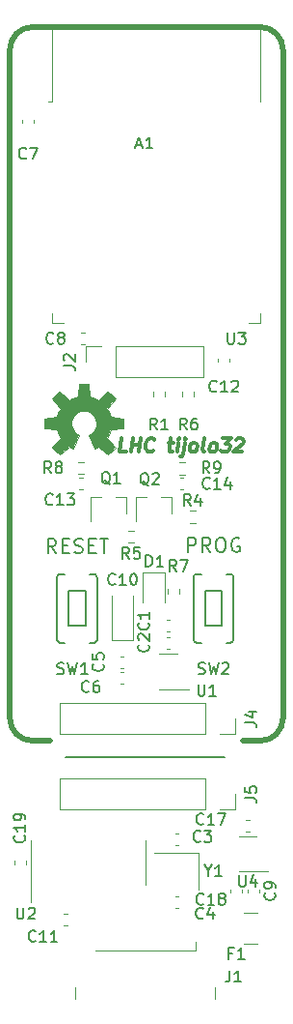
<source format=gbr>
G04 #@! TF.GenerationSoftware,KiCad,Pcbnew,5.1.10-88a1d61d58~90~ubuntu20.04.1*
G04 #@! TF.CreationDate,2021-07-18T21:46:05+01:00*
G04 #@! TF.ProjectId,lhc_tijolo32_board,6c68635f-7469-46a6-9f6c-6f33325f626f,rev?*
G04 #@! TF.SameCoordinates,Original*
G04 #@! TF.FileFunction,Legend,Top*
G04 #@! TF.FilePolarity,Positive*
%FSLAX46Y46*%
G04 Gerber Fmt 4.6, Leading zero omitted, Abs format (unit mm)*
G04 Created by KiCad (PCBNEW 5.1.10-88a1d61d58~90~ubuntu20.04.1) date 2021-07-18 21:46:05*
%MOMM*%
%LPD*%
G01*
G04 APERTURE LIST*
%ADD10C,0.300000*%
%ADD11C,0.200000*%
%ADD12C,0.500000*%
%ADD13C,0.152400*%
%ADD14C,0.120000*%
%ADD15C,0.010000*%
%ADD16C,0.203200*%
%ADD17C,0.150000*%
G04 APERTURE END LIST*
D10*
X111938839Y-64804857D02*
X111367410Y-64804857D01*
X111517410Y-63604857D01*
X112338839Y-64804857D02*
X112488839Y-63604857D01*
X112417410Y-64176285D02*
X113103125Y-64176285D01*
X113024553Y-64804857D02*
X113174553Y-63604857D01*
X114295982Y-64690571D02*
X114231696Y-64747714D01*
X114053125Y-64804857D01*
X113938839Y-64804857D01*
X113774553Y-64747714D01*
X113674553Y-64633428D01*
X113631696Y-64519142D01*
X113603125Y-64290571D01*
X113624553Y-64119142D01*
X113710267Y-63890571D01*
X113781696Y-63776285D01*
X113910267Y-63662000D01*
X114088839Y-63604857D01*
X114203125Y-63604857D01*
X114367410Y-63662000D01*
X114417410Y-63719142D01*
X115638839Y-64004857D02*
X116095982Y-64004857D01*
X115860267Y-63604857D02*
X115731696Y-64633428D01*
X115774553Y-64747714D01*
X115881696Y-64804857D01*
X115995982Y-64804857D01*
X116395982Y-64804857D02*
X116495982Y-64004857D01*
X116545982Y-63604857D02*
X116481696Y-63662000D01*
X116531696Y-63719142D01*
X116595982Y-63662000D01*
X116545982Y-63604857D01*
X116531696Y-63719142D01*
X117067410Y-64004857D02*
X116938839Y-65033428D01*
X116867410Y-65147714D01*
X116745982Y-65204857D01*
X116688839Y-65204857D01*
X117117410Y-63604857D02*
X117053125Y-63662000D01*
X117103125Y-63719142D01*
X117167410Y-63662000D01*
X117117410Y-63604857D01*
X117103125Y-63719142D01*
X117710267Y-64804857D02*
X117603125Y-64747714D01*
X117553125Y-64690571D01*
X117510267Y-64576285D01*
X117553125Y-64233428D01*
X117624553Y-64119142D01*
X117688839Y-64062000D01*
X117810267Y-64004857D01*
X117981696Y-64004857D01*
X118088839Y-64062000D01*
X118138839Y-64119142D01*
X118181696Y-64233428D01*
X118138839Y-64576285D01*
X118067410Y-64690571D01*
X118003125Y-64747714D01*
X117881696Y-64804857D01*
X117710267Y-64804857D01*
X118795982Y-64804857D02*
X118688839Y-64747714D01*
X118645982Y-64633428D01*
X118774553Y-63604857D01*
X119424553Y-64804857D02*
X119317410Y-64747714D01*
X119267410Y-64690571D01*
X119224553Y-64576285D01*
X119267410Y-64233428D01*
X119338839Y-64119142D01*
X119403125Y-64062000D01*
X119524553Y-64004857D01*
X119695982Y-64004857D01*
X119803125Y-64062000D01*
X119853125Y-64119142D01*
X119895982Y-64233428D01*
X119853125Y-64576285D01*
X119781696Y-64690571D01*
X119717410Y-64747714D01*
X119595982Y-64804857D01*
X119424553Y-64804857D01*
X120374553Y-63604857D02*
X121117410Y-63604857D01*
X120660267Y-64062000D01*
X120831696Y-64062000D01*
X120938839Y-64119142D01*
X120988839Y-64176285D01*
X121031696Y-64290571D01*
X120995982Y-64576285D01*
X120924553Y-64690571D01*
X120860267Y-64747714D01*
X120738839Y-64804857D01*
X120395982Y-64804857D01*
X120288839Y-64747714D01*
X120238839Y-64690571D01*
X121560267Y-63719142D02*
X121624553Y-63662000D01*
X121745982Y-63604857D01*
X122031696Y-63604857D01*
X122138839Y-63662000D01*
X122188839Y-63719142D01*
X122231696Y-63833428D01*
X122217410Y-63947714D01*
X122138839Y-64119142D01*
X121367410Y-64804857D01*
X122110267Y-64804857D01*
D11*
X117332142Y-73564523D02*
X117332142Y-72294523D01*
X117815952Y-72294523D01*
X117936904Y-72355000D01*
X117997380Y-72415476D01*
X118057857Y-72536428D01*
X118057857Y-72717857D01*
X117997380Y-72838809D01*
X117936904Y-72899285D01*
X117815952Y-72959761D01*
X117332142Y-72959761D01*
X119327857Y-73564523D02*
X118904523Y-72959761D01*
X118602142Y-73564523D02*
X118602142Y-72294523D01*
X119085952Y-72294523D01*
X119206904Y-72355000D01*
X119267380Y-72415476D01*
X119327857Y-72536428D01*
X119327857Y-72717857D01*
X119267380Y-72838809D01*
X119206904Y-72899285D01*
X119085952Y-72959761D01*
X118602142Y-72959761D01*
X120114047Y-72294523D02*
X120355952Y-72294523D01*
X120476904Y-72355000D01*
X120597857Y-72475952D01*
X120658333Y-72717857D01*
X120658333Y-73141190D01*
X120597857Y-73383095D01*
X120476904Y-73504047D01*
X120355952Y-73564523D01*
X120114047Y-73564523D01*
X119993095Y-73504047D01*
X119872142Y-73383095D01*
X119811666Y-73141190D01*
X119811666Y-72717857D01*
X119872142Y-72475952D01*
X119993095Y-72355000D01*
X120114047Y-72294523D01*
X121867857Y-72355000D02*
X121746904Y-72294523D01*
X121565476Y-72294523D01*
X121384047Y-72355000D01*
X121263095Y-72475952D01*
X121202619Y-72596904D01*
X121142142Y-72838809D01*
X121142142Y-73020238D01*
X121202619Y-73262142D01*
X121263095Y-73383095D01*
X121384047Y-73504047D01*
X121565476Y-73564523D01*
X121686428Y-73564523D01*
X121867857Y-73504047D01*
X121928333Y-73443571D01*
X121928333Y-73020238D01*
X121686428Y-73020238D01*
X105755476Y-73664523D02*
X105332142Y-73059761D01*
X105029761Y-73664523D02*
X105029761Y-72394523D01*
X105513571Y-72394523D01*
X105634523Y-72455000D01*
X105695000Y-72515476D01*
X105755476Y-72636428D01*
X105755476Y-72817857D01*
X105695000Y-72938809D01*
X105634523Y-72999285D01*
X105513571Y-73059761D01*
X105029761Y-73059761D01*
X106299761Y-72999285D02*
X106723095Y-72999285D01*
X106904523Y-73664523D02*
X106299761Y-73664523D01*
X106299761Y-72394523D01*
X106904523Y-72394523D01*
X107388333Y-73604047D02*
X107569761Y-73664523D01*
X107872142Y-73664523D01*
X107993095Y-73604047D01*
X108053571Y-73543571D01*
X108114047Y-73422619D01*
X108114047Y-73301666D01*
X108053571Y-73180714D01*
X107993095Y-73120238D01*
X107872142Y-73059761D01*
X107630238Y-72999285D01*
X107509285Y-72938809D01*
X107448809Y-72878333D01*
X107388333Y-72757380D01*
X107388333Y-72636428D01*
X107448809Y-72515476D01*
X107509285Y-72455000D01*
X107630238Y-72394523D01*
X107932619Y-72394523D01*
X108114047Y-72455000D01*
X108658333Y-72999285D02*
X109081666Y-72999285D01*
X109263095Y-73664523D02*
X108658333Y-73664523D01*
X108658333Y-72394523D01*
X109263095Y-72394523D01*
X109625952Y-72394523D02*
X110351666Y-72394523D01*
X109988809Y-73664523D02*
X109988809Y-72394523D01*
D12*
X103700000Y-90090000D02*
G75*
G02*
X101700000Y-88090000I0J2000000D01*
G01*
X125700000Y-45090000D02*
X125700000Y-88090000D01*
X103700000Y-90090000D02*
X105200000Y-90090000D01*
X101700000Y-44590000D02*
X101700000Y-88090000D01*
X123700000Y-90090000D02*
X122200000Y-90090000D01*
X125700000Y-45090000D02*
X125700000Y-29590000D01*
X123700000Y-27590000D02*
X103700000Y-27590000D01*
X123700000Y-27590000D02*
G75*
G02*
X125700000Y-29590000I0J-2000000D01*
G01*
X101700000Y-29590000D02*
G75*
G02*
X103700000Y-27590000I2000000J0D01*
G01*
X101700000Y-44590000D02*
X101700000Y-29590000D01*
X125700000Y-88090000D02*
G75*
G02*
X123700000Y-90090000I-2000000J0D01*
G01*
D13*
X106600000Y-91490000D02*
X120600000Y-91490000D01*
D14*
X121472000Y-88138000D02*
X121472000Y-89468000D01*
X121472000Y-89468000D02*
X120142000Y-89468000D01*
X118872000Y-89468000D02*
X106112000Y-89468000D01*
X106112000Y-86808000D02*
X106112000Y-89468000D01*
X118872000Y-86808000D02*
X106112000Y-86808000D01*
X118872000Y-86808000D02*
X118872000Y-89468000D01*
X121472000Y-94742000D02*
X121472000Y-96072000D01*
X121472000Y-96072000D02*
X120142000Y-96072000D01*
X118872000Y-96072000D02*
X106112000Y-96072000D01*
X106112000Y-93412000D02*
X106112000Y-96072000D01*
X118872000Y-93412000D02*
X106112000Y-93412000D01*
X118872000Y-93412000D02*
X118872000Y-96072000D01*
X108398000Y-56896000D02*
X108398000Y-55566000D01*
X108398000Y-55566000D02*
X109728000Y-55566000D01*
X110998000Y-55566000D02*
X118678000Y-55566000D01*
X118678000Y-58226000D02*
X118678000Y-55566000D01*
X110998000Y-58226000D02*
X118678000Y-58226000D01*
X110998000Y-58226000D02*
X110998000Y-55566000D01*
X101680000Y-46380000D02*
X101680000Y-44380000D01*
D15*
G36*
X109123480Y-64512500D02*
G01*
X109303820Y-64428680D01*
X109479080Y-64329620D01*
X110357920Y-65045900D01*
X110959900Y-64443920D01*
X110243620Y-63565080D01*
X110370620Y-63331400D01*
X110472220Y-63085020D01*
X110548420Y-62831020D01*
X111676180Y-62714180D01*
X111676180Y-61865820D01*
X110548420Y-61748980D01*
X110472220Y-61494980D01*
X110370620Y-61248600D01*
X110243620Y-61014920D01*
X110959900Y-60136080D01*
X110357920Y-59534100D01*
X109479080Y-60250380D01*
X109245400Y-60123380D01*
X108999020Y-60021780D01*
X108745020Y-59945580D01*
X108628180Y-58817820D01*
X107779820Y-58817820D01*
X107662980Y-59945580D01*
X107408980Y-60021780D01*
X107162600Y-60123380D01*
X106928920Y-60250380D01*
X106050080Y-59534100D01*
X105448100Y-60136080D01*
X106164380Y-61014920D01*
X106037380Y-61248600D01*
X105935780Y-61494980D01*
X105859580Y-61748980D01*
X104731820Y-61865820D01*
X104731820Y-62714180D01*
X105859580Y-62831020D01*
X105935780Y-63085020D01*
X106037380Y-63331400D01*
X106164380Y-63565080D01*
X105448100Y-64443920D01*
X106050080Y-65045900D01*
X106928920Y-64329620D01*
X107104180Y-64428680D01*
X107284520Y-64512500D01*
X107787440Y-63298380D01*
X107622340Y-63214560D01*
X107477560Y-63105340D01*
X107350560Y-62970720D01*
X107248960Y-62818320D01*
X107172760Y-62650680D01*
X107127040Y-62472880D01*
X107111800Y-62290000D01*
X107129580Y-62086800D01*
X107188000Y-61891220D01*
X107279440Y-61708340D01*
X107406440Y-61545780D01*
X107558840Y-61408620D01*
X107736640Y-61304480D01*
X107927140Y-61233360D01*
X108130340Y-61200340D01*
X108333540Y-61205420D01*
X108534200Y-61248600D01*
X108722160Y-61329880D01*
X108892340Y-61441640D01*
X109039660Y-61586420D01*
X109156500Y-61754060D01*
X109240320Y-61942020D01*
X109286040Y-62142680D01*
X109296200Y-62345880D01*
X109265720Y-62546540D01*
X109197140Y-62742120D01*
X109095540Y-62919920D01*
X108963460Y-63074860D01*
X108803440Y-63204400D01*
X108620560Y-63298380D01*
X109123480Y-64512500D01*
G37*
X109123480Y-64512500D02*
X109303820Y-64428680D01*
X109479080Y-64329620D01*
X110357920Y-65045900D01*
X110959900Y-64443920D01*
X110243620Y-63565080D01*
X110370620Y-63331400D01*
X110472220Y-63085020D01*
X110548420Y-62831020D01*
X111676180Y-62714180D01*
X111676180Y-61865820D01*
X110548420Y-61748980D01*
X110472220Y-61494980D01*
X110370620Y-61248600D01*
X110243620Y-61014920D01*
X110959900Y-60136080D01*
X110357920Y-59534100D01*
X109479080Y-60250380D01*
X109245400Y-60123380D01*
X108999020Y-60021780D01*
X108745020Y-59945580D01*
X108628180Y-58817820D01*
X107779820Y-58817820D01*
X107662980Y-59945580D01*
X107408980Y-60021780D01*
X107162600Y-60123380D01*
X106928920Y-60250380D01*
X106050080Y-59534100D01*
X105448100Y-60136080D01*
X106164380Y-61014920D01*
X106037380Y-61248600D01*
X105935780Y-61494980D01*
X105859580Y-61748980D01*
X104731820Y-61865820D01*
X104731820Y-62714180D01*
X105859580Y-62831020D01*
X105935780Y-63085020D01*
X106037380Y-63331400D01*
X106164380Y-63565080D01*
X105448100Y-64443920D01*
X106050080Y-65045900D01*
X106928920Y-64329620D01*
X107104180Y-64428680D01*
X107284520Y-64512500D01*
X107787440Y-63298380D01*
X107622340Y-63214560D01*
X107477560Y-63105340D01*
X107350560Y-62970720D01*
X107248960Y-62818320D01*
X107172760Y-62650680D01*
X107127040Y-62472880D01*
X107111800Y-62290000D01*
X107129580Y-62086800D01*
X107188000Y-61891220D01*
X107279440Y-61708340D01*
X107406440Y-61545780D01*
X107558840Y-61408620D01*
X107736640Y-61304480D01*
X107927140Y-61233360D01*
X108130340Y-61200340D01*
X108333540Y-61205420D01*
X108534200Y-61248600D01*
X108722160Y-61329880D01*
X108892340Y-61441640D01*
X109039660Y-61586420D01*
X109156500Y-61754060D01*
X109240320Y-61942020D01*
X109286040Y-62142680D01*
X109296200Y-62345880D01*
X109265720Y-62546540D01*
X109197140Y-62742120D01*
X109095540Y-62919920D01*
X108963460Y-63074860D01*
X108803440Y-63204400D01*
X108620560Y-63298380D01*
X109123480Y-64512500D01*
D14*
X116827500Y-59977258D02*
X116827500Y-59502742D01*
X117872500Y-59977258D02*
X117872500Y-59502742D01*
X108265580Y-55400000D02*
X107984420Y-55400000D01*
X108265580Y-54380000D02*
X107984420Y-54380000D01*
D16*
X118850700Y-79988600D02*
X120349300Y-79988600D01*
X118850700Y-76991400D02*
X120349300Y-76991400D01*
X118850700Y-79988600D02*
X118850700Y-76991400D01*
X120349300Y-76991400D02*
X120349300Y-79988600D01*
X118101400Y-81489740D02*
X118500180Y-81489740D01*
X120699820Y-81489740D02*
X121098600Y-81489740D01*
X120699820Y-75490260D02*
X121098600Y-75490260D01*
X118101400Y-75490260D02*
X118500180Y-75490260D01*
X117852480Y-81238280D02*
X117852480Y-75741720D01*
X121347520Y-75741720D02*
X121347520Y-81238280D01*
X118101400Y-75492800D02*
G75*
G03*
X117852480Y-75741720I0J-248920D01*
G01*
X117849940Y-81238280D02*
G75*
G03*
X118101400Y-81489740I251460J0D01*
G01*
X121098600Y-81487200D02*
G75*
G03*
X121347520Y-81238280I0J248920D01*
G01*
X121350060Y-75741720D02*
G75*
G03*
X121098600Y-75490260I-251460J0D01*
G01*
X106850700Y-79988600D02*
X108349300Y-79988600D01*
X106850700Y-76991400D02*
X108349300Y-76991400D01*
X106850700Y-79988600D02*
X106850700Y-76991400D01*
X108349300Y-76991400D02*
X108349300Y-79988600D01*
X106101400Y-81489740D02*
X106500180Y-81489740D01*
X108699820Y-81489740D02*
X109098600Y-81489740D01*
X108699820Y-75490260D02*
X109098600Y-75490260D01*
X106101400Y-75490260D02*
X106500180Y-75490260D01*
X105852480Y-81238280D02*
X105852480Y-75741720D01*
X109347520Y-75741720D02*
X109347520Y-81238280D01*
X106101400Y-75492800D02*
G75*
G03*
X105852480Y-75741720I0J-248920D01*
G01*
X105849940Y-81238280D02*
G75*
G03*
X106101400Y-81489740I251460J0D01*
G01*
X109098600Y-81487200D02*
G75*
G03*
X109347520Y-81238280I0J248920D01*
G01*
X109350060Y-75741720D02*
G75*
G03*
X109098600Y-75490260I-251460J0D01*
G01*
D14*
X116612742Y-66762500D02*
X117087258Y-66762500D01*
X116612742Y-65717500D02*
X117087258Y-65717500D01*
X112112742Y-72762500D02*
X112587258Y-72762500D01*
X112112742Y-71717500D02*
X112587258Y-71717500D01*
X123610000Y-103099420D02*
X123610000Y-103380580D01*
X122590000Y-103099420D02*
X122590000Y-103380580D01*
X113660000Y-100740000D02*
X113660000Y-98790000D01*
X113660000Y-100740000D02*
X113660000Y-102690000D01*
X103540000Y-100740000D02*
X103540000Y-98790000D01*
X103540000Y-100740000D02*
X103540000Y-104190000D01*
X116490580Y-99250000D02*
X116209420Y-99250000D01*
X116490580Y-98230000D02*
X116209420Y-98230000D01*
X122600000Y-98430000D02*
X121800000Y-98430000D01*
X122600000Y-98430000D02*
X123400000Y-98430000D01*
X122600000Y-101550000D02*
X121800000Y-101550000D01*
X122600000Y-101550000D02*
X124400000Y-101550000D01*
X103110000Y-100599420D02*
X103110000Y-100880580D01*
X102090000Y-100599420D02*
X102090000Y-100880580D01*
X122110000Y-103099420D02*
X122110000Y-103380580D01*
X121090000Y-103099420D02*
X121090000Y-103380580D01*
X122740580Y-96980000D02*
X122459420Y-96980000D01*
X122740580Y-98000000D02*
X122459420Y-98000000D01*
X118000000Y-108470000D02*
X109200000Y-108470000D01*
X119745000Y-111640000D02*
X119745000Y-112690000D01*
X107455000Y-111640000D02*
X107455000Y-112690000D01*
X118000000Y-108470000D02*
X118000000Y-107715000D01*
X115600000Y-82430000D02*
X114800000Y-82430000D01*
X115600000Y-82430000D02*
X116400000Y-82430000D01*
X115600000Y-85550000D02*
X114800000Y-85550000D01*
X115600000Y-85550000D02*
X117400000Y-85550000D01*
X108187258Y-66712500D02*
X107712742Y-66712500D01*
X108187258Y-65667500D02*
X107712742Y-65667500D01*
X116622500Y-76752742D02*
X116622500Y-77227258D01*
X115577500Y-76752742D02*
X115577500Y-77227258D01*
X117512742Y-69967500D02*
X117987258Y-69967500D01*
X117512742Y-71012500D02*
X117987258Y-71012500D01*
X114277500Y-59977258D02*
X114277500Y-59502742D01*
X115322500Y-59977258D02*
X115322500Y-59502742D01*
X115930000Y-68730000D02*
X115000000Y-68730000D01*
X112770000Y-68730000D02*
X113700000Y-68730000D01*
X112770000Y-68730000D02*
X112770000Y-70890000D01*
X115930000Y-68730000D02*
X115930000Y-70190000D01*
X111930000Y-68730000D02*
X111000000Y-68730000D01*
X108770000Y-68730000D02*
X109700000Y-68730000D01*
X108770000Y-68730000D02*
X108770000Y-70890000D01*
X111930000Y-68730000D02*
X111930000Y-70190000D01*
X115310000Y-77990000D02*
X115310000Y-75305000D01*
X115310000Y-75305000D02*
X113390000Y-75305000D01*
X113390000Y-75305000D02*
X113390000Y-77990000D01*
X116659420Y-67030000D02*
X116940580Y-67030000D01*
X116659420Y-68050000D02*
X116940580Y-68050000D01*
X108090580Y-68050000D02*
X107809420Y-68050000D01*
X108090580Y-67030000D02*
X107809420Y-67030000D01*
X121010000Y-56649420D02*
X121010000Y-56930580D01*
X119990000Y-56649420D02*
X119990000Y-56930580D01*
X106740580Y-106250000D02*
X106459420Y-106250000D01*
X106740580Y-105230000D02*
X106459420Y-105230000D01*
X110665000Y-77390000D02*
X110665000Y-81300000D01*
X110665000Y-81300000D02*
X112535000Y-81300000D01*
X112535000Y-81300000D02*
X112535000Y-77390000D01*
X102790000Y-35980580D02*
X102790000Y-35699420D01*
X103810000Y-35980580D02*
X103810000Y-35699420D01*
X111690580Y-85100000D02*
X111409420Y-85100000D01*
X111690580Y-84080000D02*
X111409420Y-84080000D01*
X111690580Y-83700000D02*
X111409420Y-83700000D01*
X111690580Y-82680000D02*
X111409420Y-82680000D01*
X116490580Y-104750000D02*
X116209420Y-104750000D01*
X116490580Y-103730000D02*
X116209420Y-103730000D01*
X115740580Y-82000000D02*
X115459420Y-82000000D01*
X115740580Y-80980000D02*
X115459420Y-80980000D01*
X115740580Y-80500000D02*
X115459420Y-80500000D01*
X115740580Y-79480000D02*
X115459420Y-79480000D01*
X123452064Y-107850000D02*
X122247936Y-107850000D01*
X123452064Y-105130000D02*
X122247936Y-105130000D01*
X105420000Y-52695000D02*
X105420000Y-53475000D01*
X105420000Y-53475000D02*
X106420000Y-53475000D01*
X123660000Y-52695000D02*
X123660000Y-53475000D01*
X123660000Y-53475000D02*
X122660000Y-53475000D01*
X105420000Y-27730000D02*
X123660000Y-27730000D01*
X123660000Y-27730000D02*
X123660000Y-34150000D01*
X105420000Y-27730000D02*
X105420000Y-34150000D01*
X105420000Y-34150000D02*
X105040000Y-34150000D01*
X118300000Y-103090000D02*
X118300000Y-99890000D01*
X118300000Y-99890000D02*
X114400000Y-99890000D01*
D17*
X122364380Y-88471333D02*
X123078666Y-88471333D01*
X123221523Y-88518952D01*
X123316761Y-88614190D01*
X123364380Y-88757047D01*
X123364380Y-88852285D01*
X122697714Y-87566571D02*
X123364380Y-87566571D01*
X122316761Y-87804666D02*
X123031047Y-88042761D01*
X123031047Y-87423714D01*
X122364380Y-95075333D02*
X123078666Y-95075333D01*
X123221523Y-95122952D01*
X123316761Y-95218190D01*
X123364380Y-95361047D01*
X123364380Y-95456285D01*
X122364380Y-94122952D02*
X122364380Y-94599142D01*
X122840571Y-94646761D01*
X122792952Y-94599142D01*
X122745333Y-94503904D01*
X122745333Y-94265809D01*
X122792952Y-94170571D01*
X122840571Y-94122952D01*
X122935809Y-94075333D01*
X123173904Y-94075333D01*
X123269142Y-94122952D01*
X123316761Y-94170571D01*
X123364380Y-94265809D01*
X123364380Y-94503904D01*
X123316761Y-94599142D01*
X123269142Y-94646761D01*
X106410380Y-57229333D02*
X107124666Y-57229333D01*
X107267523Y-57276952D01*
X107362761Y-57372190D01*
X107410380Y-57515047D01*
X107410380Y-57610285D01*
X106505619Y-56800761D02*
X106458000Y-56753142D01*
X106410380Y-56657904D01*
X106410380Y-56419809D01*
X106458000Y-56324571D01*
X106505619Y-56276952D01*
X106600857Y-56229333D01*
X106696095Y-56229333D01*
X106838952Y-56276952D01*
X107410380Y-56848380D01*
X107410380Y-56229333D01*
X112825714Y-37926666D02*
X113301904Y-37926666D01*
X112730476Y-38212380D02*
X113063809Y-37212380D01*
X113397142Y-38212380D01*
X114254285Y-38212380D02*
X113682857Y-38212380D01*
X113968571Y-38212380D02*
X113968571Y-37212380D01*
X113873333Y-37355238D01*
X113778095Y-37450476D01*
X113682857Y-37498095D01*
X117233333Y-62842380D02*
X116900000Y-62366190D01*
X116661904Y-62842380D02*
X116661904Y-61842380D01*
X117042857Y-61842380D01*
X117138095Y-61890000D01*
X117185714Y-61937619D01*
X117233333Y-62032857D01*
X117233333Y-62175714D01*
X117185714Y-62270952D01*
X117138095Y-62318571D01*
X117042857Y-62366190D01*
X116661904Y-62366190D01*
X118090476Y-61842380D02*
X117900000Y-61842380D01*
X117804761Y-61890000D01*
X117757142Y-61937619D01*
X117661904Y-62080476D01*
X117614285Y-62270952D01*
X117614285Y-62651904D01*
X117661904Y-62747142D01*
X117709523Y-62794761D01*
X117804761Y-62842380D01*
X117995238Y-62842380D01*
X118090476Y-62794761D01*
X118138095Y-62747142D01*
X118185714Y-62651904D01*
X118185714Y-62413809D01*
X118138095Y-62318571D01*
X118090476Y-62270952D01*
X117995238Y-62223333D01*
X117804761Y-62223333D01*
X117709523Y-62270952D01*
X117661904Y-62318571D01*
X117614285Y-62413809D01*
X105533333Y-55247142D02*
X105485714Y-55294761D01*
X105342857Y-55342380D01*
X105247619Y-55342380D01*
X105104761Y-55294761D01*
X105009523Y-55199523D01*
X104961904Y-55104285D01*
X104914285Y-54913809D01*
X104914285Y-54770952D01*
X104961904Y-54580476D01*
X105009523Y-54485238D01*
X105104761Y-54390000D01*
X105247619Y-54342380D01*
X105342857Y-54342380D01*
X105485714Y-54390000D01*
X105533333Y-54437619D01*
X106104761Y-54770952D02*
X106009523Y-54723333D01*
X105961904Y-54675714D01*
X105914285Y-54580476D01*
X105914285Y-54532857D01*
X105961904Y-54437619D01*
X106009523Y-54390000D01*
X106104761Y-54342380D01*
X106295238Y-54342380D01*
X106390476Y-54390000D01*
X106438095Y-54437619D01*
X106485714Y-54532857D01*
X106485714Y-54580476D01*
X106438095Y-54675714D01*
X106390476Y-54723333D01*
X106295238Y-54770952D01*
X106104761Y-54770952D01*
X106009523Y-54818571D01*
X105961904Y-54866190D01*
X105914285Y-54961428D01*
X105914285Y-55151904D01*
X105961904Y-55247142D01*
X106009523Y-55294761D01*
X106104761Y-55342380D01*
X106295238Y-55342380D01*
X106390476Y-55294761D01*
X106438095Y-55247142D01*
X106485714Y-55151904D01*
X106485714Y-54961428D01*
X106438095Y-54866190D01*
X106390476Y-54818571D01*
X106295238Y-54770952D01*
X118266666Y-84194761D02*
X118409523Y-84242380D01*
X118647619Y-84242380D01*
X118742857Y-84194761D01*
X118790476Y-84147142D01*
X118838095Y-84051904D01*
X118838095Y-83956666D01*
X118790476Y-83861428D01*
X118742857Y-83813809D01*
X118647619Y-83766190D01*
X118457142Y-83718571D01*
X118361904Y-83670952D01*
X118314285Y-83623333D01*
X118266666Y-83528095D01*
X118266666Y-83432857D01*
X118314285Y-83337619D01*
X118361904Y-83290000D01*
X118457142Y-83242380D01*
X118695238Y-83242380D01*
X118838095Y-83290000D01*
X119171428Y-83242380D02*
X119409523Y-84242380D01*
X119600000Y-83528095D01*
X119790476Y-84242380D01*
X120028571Y-83242380D01*
X120361904Y-83337619D02*
X120409523Y-83290000D01*
X120504761Y-83242380D01*
X120742857Y-83242380D01*
X120838095Y-83290000D01*
X120885714Y-83337619D01*
X120933333Y-83432857D01*
X120933333Y-83528095D01*
X120885714Y-83670952D01*
X120314285Y-84242380D01*
X120933333Y-84242380D01*
X105866666Y-84194761D02*
X106009523Y-84242380D01*
X106247619Y-84242380D01*
X106342857Y-84194761D01*
X106390476Y-84147142D01*
X106438095Y-84051904D01*
X106438095Y-83956666D01*
X106390476Y-83861428D01*
X106342857Y-83813809D01*
X106247619Y-83766190D01*
X106057142Y-83718571D01*
X105961904Y-83670952D01*
X105914285Y-83623333D01*
X105866666Y-83528095D01*
X105866666Y-83432857D01*
X105914285Y-83337619D01*
X105961904Y-83290000D01*
X106057142Y-83242380D01*
X106295238Y-83242380D01*
X106438095Y-83290000D01*
X106771428Y-83242380D02*
X107009523Y-84242380D01*
X107200000Y-83528095D01*
X107390476Y-84242380D01*
X107628571Y-83242380D01*
X108533333Y-84242380D02*
X107961904Y-84242380D01*
X108247619Y-84242380D02*
X108247619Y-83242380D01*
X108152380Y-83385238D01*
X108057142Y-83480476D01*
X107961904Y-83528095D01*
X119233333Y-66642380D02*
X118900000Y-66166190D01*
X118661904Y-66642380D02*
X118661904Y-65642380D01*
X119042857Y-65642380D01*
X119138095Y-65690000D01*
X119185714Y-65737619D01*
X119233333Y-65832857D01*
X119233333Y-65975714D01*
X119185714Y-66070952D01*
X119138095Y-66118571D01*
X119042857Y-66166190D01*
X118661904Y-66166190D01*
X119709523Y-66642380D02*
X119900000Y-66642380D01*
X119995238Y-66594761D01*
X120042857Y-66547142D01*
X120138095Y-66404285D01*
X120185714Y-66213809D01*
X120185714Y-65832857D01*
X120138095Y-65737619D01*
X120090476Y-65690000D01*
X119995238Y-65642380D01*
X119804761Y-65642380D01*
X119709523Y-65690000D01*
X119661904Y-65737619D01*
X119614285Y-65832857D01*
X119614285Y-66070952D01*
X119661904Y-66166190D01*
X119709523Y-66213809D01*
X119804761Y-66261428D01*
X119995238Y-66261428D01*
X120090476Y-66213809D01*
X120138095Y-66166190D01*
X120185714Y-66070952D01*
X112183333Y-74142380D02*
X111850000Y-73666190D01*
X111611904Y-74142380D02*
X111611904Y-73142380D01*
X111992857Y-73142380D01*
X112088095Y-73190000D01*
X112135714Y-73237619D01*
X112183333Y-73332857D01*
X112183333Y-73475714D01*
X112135714Y-73570952D01*
X112088095Y-73618571D01*
X111992857Y-73666190D01*
X111611904Y-73666190D01*
X113088095Y-73142380D02*
X112611904Y-73142380D01*
X112564285Y-73618571D01*
X112611904Y-73570952D01*
X112707142Y-73523333D01*
X112945238Y-73523333D01*
X113040476Y-73570952D01*
X113088095Y-73618571D01*
X113135714Y-73713809D01*
X113135714Y-73951904D01*
X113088095Y-74047142D01*
X113040476Y-74094761D01*
X112945238Y-74142380D01*
X112707142Y-74142380D01*
X112611904Y-74094761D01*
X112564285Y-74047142D01*
X124957142Y-103406666D02*
X125004761Y-103454285D01*
X125052380Y-103597142D01*
X125052380Y-103692380D01*
X125004761Y-103835238D01*
X124909523Y-103930476D01*
X124814285Y-103978095D01*
X124623809Y-104025714D01*
X124480952Y-104025714D01*
X124290476Y-103978095D01*
X124195238Y-103930476D01*
X124100000Y-103835238D01*
X124052380Y-103692380D01*
X124052380Y-103597142D01*
X124100000Y-103454285D01*
X124147619Y-103406666D01*
X125052380Y-102930476D02*
X125052380Y-102740000D01*
X125004761Y-102644761D01*
X124957142Y-102597142D01*
X124814285Y-102501904D01*
X124623809Y-102454285D01*
X124242857Y-102454285D01*
X124147619Y-102501904D01*
X124100000Y-102549523D01*
X124052380Y-102644761D01*
X124052380Y-102835238D01*
X124100000Y-102930476D01*
X124147619Y-102978095D01*
X124242857Y-103025714D01*
X124480952Y-103025714D01*
X124576190Y-102978095D01*
X124623809Y-102930476D01*
X124671428Y-102835238D01*
X124671428Y-102644761D01*
X124623809Y-102549523D01*
X124576190Y-102501904D01*
X124480952Y-102454285D01*
X102338095Y-104692380D02*
X102338095Y-105501904D01*
X102385714Y-105597142D01*
X102433333Y-105644761D01*
X102528571Y-105692380D01*
X102719047Y-105692380D01*
X102814285Y-105644761D01*
X102861904Y-105597142D01*
X102909523Y-105501904D01*
X102909523Y-104692380D01*
X103338095Y-104787619D02*
X103385714Y-104740000D01*
X103480952Y-104692380D01*
X103719047Y-104692380D01*
X103814285Y-104740000D01*
X103861904Y-104787619D01*
X103909523Y-104882857D01*
X103909523Y-104978095D01*
X103861904Y-105120952D01*
X103290476Y-105692380D01*
X103909523Y-105692380D01*
X118433333Y-98847142D02*
X118385714Y-98894761D01*
X118242857Y-98942380D01*
X118147619Y-98942380D01*
X118004761Y-98894761D01*
X117909523Y-98799523D01*
X117861904Y-98704285D01*
X117814285Y-98513809D01*
X117814285Y-98370952D01*
X117861904Y-98180476D01*
X117909523Y-98085238D01*
X118004761Y-97990000D01*
X118147619Y-97942380D01*
X118242857Y-97942380D01*
X118385714Y-97990000D01*
X118433333Y-98037619D01*
X118766666Y-97942380D02*
X119385714Y-97942380D01*
X119052380Y-98323333D01*
X119195238Y-98323333D01*
X119290476Y-98370952D01*
X119338095Y-98418571D01*
X119385714Y-98513809D01*
X119385714Y-98751904D01*
X119338095Y-98847142D01*
X119290476Y-98894761D01*
X119195238Y-98942380D01*
X118909523Y-98942380D01*
X118814285Y-98894761D01*
X118766666Y-98847142D01*
X121838095Y-101842380D02*
X121838095Y-102651904D01*
X121885714Y-102747142D01*
X121933333Y-102794761D01*
X122028571Y-102842380D01*
X122219047Y-102842380D01*
X122314285Y-102794761D01*
X122361904Y-102747142D01*
X122409523Y-102651904D01*
X122409523Y-101842380D01*
X123314285Y-102175714D02*
X123314285Y-102842380D01*
X123076190Y-101794761D02*
X122838095Y-102509047D01*
X123457142Y-102509047D01*
X102957142Y-98382857D02*
X103004761Y-98430476D01*
X103052380Y-98573333D01*
X103052380Y-98668571D01*
X103004761Y-98811428D01*
X102909523Y-98906666D01*
X102814285Y-98954285D01*
X102623809Y-99001904D01*
X102480952Y-99001904D01*
X102290476Y-98954285D01*
X102195238Y-98906666D01*
X102100000Y-98811428D01*
X102052380Y-98668571D01*
X102052380Y-98573333D01*
X102100000Y-98430476D01*
X102147619Y-98382857D01*
X103052380Y-97430476D02*
X103052380Y-98001904D01*
X103052380Y-97716190D02*
X102052380Y-97716190D01*
X102195238Y-97811428D01*
X102290476Y-97906666D01*
X102338095Y-98001904D01*
X103052380Y-96954285D02*
X103052380Y-96763809D01*
X103004761Y-96668571D01*
X102957142Y-96620952D01*
X102814285Y-96525714D01*
X102623809Y-96478095D01*
X102242857Y-96478095D01*
X102147619Y-96525714D01*
X102100000Y-96573333D01*
X102052380Y-96668571D01*
X102052380Y-96859047D01*
X102100000Y-96954285D01*
X102147619Y-97001904D01*
X102242857Y-97049523D01*
X102480952Y-97049523D01*
X102576190Y-97001904D01*
X102623809Y-96954285D01*
X102671428Y-96859047D01*
X102671428Y-96668571D01*
X102623809Y-96573333D01*
X102576190Y-96525714D01*
X102480952Y-96478095D01*
X118707142Y-104347142D02*
X118659523Y-104394761D01*
X118516666Y-104442380D01*
X118421428Y-104442380D01*
X118278571Y-104394761D01*
X118183333Y-104299523D01*
X118135714Y-104204285D01*
X118088095Y-104013809D01*
X118088095Y-103870952D01*
X118135714Y-103680476D01*
X118183333Y-103585238D01*
X118278571Y-103490000D01*
X118421428Y-103442380D01*
X118516666Y-103442380D01*
X118659523Y-103490000D01*
X118707142Y-103537619D01*
X119659523Y-104442380D02*
X119088095Y-104442380D01*
X119373809Y-104442380D02*
X119373809Y-103442380D01*
X119278571Y-103585238D01*
X119183333Y-103680476D01*
X119088095Y-103728095D01*
X120230952Y-103870952D02*
X120135714Y-103823333D01*
X120088095Y-103775714D01*
X120040476Y-103680476D01*
X120040476Y-103632857D01*
X120088095Y-103537619D01*
X120135714Y-103490000D01*
X120230952Y-103442380D01*
X120421428Y-103442380D01*
X120516666Y-103490000D01*
X120564285Y-103537619D01*
X120611904Y-103632857D01*
X120611904Y-103680476D01*
X120564285Y-103775714D01*
X120516666Y-103823333D01*
X120421428Y-103870952D01*
X120230952Y-103870952D01*
X120135714Y-103918571D01*
X120088095Y-103966190D01*
X120040476Y-104061428D01*
X120040476Y-104251904D01*
X120088095Y-104347142D01*
X120135714Y-104394761D01*
X120230952Y-104442380D01*
X120421428Y-104442380D01*
X120516666Y-104394761D01*
X120564285Y-104347142D01*
X120611904Y-104251904D01*
X120611904Y-104061428D01*
X120564285Y-103966190D01*
X120516666Y-103918571D01*
X120421428Y-103870952D01*
X118707142Y-97347142D02*
X118659523Y-97394761D01*
X118516666Y-97442380D01*
X118421428Y-97442380D01*
X118278571Y-97394761D01*
X118183333Y-97299523D01*
X118135714Y-97204285D01*
X118088095Y-97013809D01*
X118088095Y-96870952D01*
X118135714Y-96680476D01*
X118183333Y-96585238D01*
X118278571Y-96490000D01*
X118421428Y-96442380D01*
X118516666Y-96442380D01*
X118659523Y-96490000D01*
X118707142Y-96537619D01*
X119659523Y-97442380D02*
X119088095Y-97442380D01*
X119373809Y-97442380D02*
X119373809Y-96442380D01*
X119278571Y-96585238D01*
X119183333Y-96680476D01*
X119088095Y-96728095D01*
X119992857Y-96442380D02*
X120659523Y-96442380D01*
X120230952Y-97442380D01*
X121016666Y-110192380D02*
X121016666Y-110906666D01*
X120969047Y-111049523D01*
X120873809Y-111144761D01*
X120730952Y-111192380D01*
X120635714Y-111192380D01*
X122016666Y-111192380D02*
X121445238Y-111192380D01*
X121730952Y-111192380D02*
X121730952Y-110192380D01*
X121635714Y-110335238D01*
X121540476Y-110430476D01*
X121445238Y-110478095D01*
X118238095Y-85142380D02*
X118238095Y-85951904D01*
X118285714Y-86047142D01*
X118333333Y-86094761D01*
X118428571Y-86142380D01*
X118619047Y-86142380D01*
X118714285Y-86094761D01*
X118761904Y-86047142D01*
X118809523Y-85951904D01*
X118809523Y-85142380D01*
X119809523Y-86142380D02*
X119238095Y-86142380D01*
X119523809Y-86142380D02*
X119523809Y-85142380D01*
X119428571Y-85285238D01*
X119333333Y-85380476D01*
X119238095Y-85428095D01*
X105333333Y-66642380D02*
X105000000Y-66166190D01*
X104761904Y-66642380D02*
X104761904Y-65642380D01*
X105142857Y-65642380D01*
X105238095Y-65690000D01*
X105285714Y-65737619D01*
X105333333Y-65832857D01*
X105333333Y-65975714D01*
X105285714Y-66070952D01*
X105238095Y-66118571D01*
X105142857Y-66166190D01*
X104761904Y-66166190D01*
X105904761Y-66070952D02*
X105809523Y-66023333D01*
X105761904Y-65975714D01*
X105714285Y-65880476D01*
X105714285Y-65832857D01*
X105761904Y-65737619D01*
X105809523Y-65690000D01*
X105904761Y-65642380D01*
X106095238Y-65642380D01*
X106190476Y-65690000D01*
X106238095Y-65737619D01*
X106285714Y-65832857D01*
X106285714Y-65880476D01*
X106238095Y-65975714D01*
X106190476Y-66023333D01*
X106095238Y-66070952D01*
X105904761Y-66070952D01*
X105809523Y-66118571D01*
X105761904Y-66166190D01*
X105714285Y-66261428D01*
X105714285Y-66451904D01*
X105761904Y-66547142D01*
X105809523Y-66594761D01*
X105904761Y-66642380D01*
X106095238Y-66642380D01*
X106190476Y-66594761D01*
X106238095Y-66547142D01*
X106285714Y-66451904D01*
X106285714Y-66261428D01*
X106238095Y-66166190D01*
X106190476Y-66118571D01*
X106095238Y-66070952D01*
X116333333Y-75242380D02*
X116000000Y-74766190D01*
X115761904Y-75242380D02*
X115761904Y-74242380D01*
X116142857Y-74242380D01*
X116238095Y-74290000D01*
X116285714Y-74337619D01*
X116333333Y-74432857D01*
X116333333Y-74575714D01*
X116285714Y-74670952D01*
X116238095Y-74718571D01*
X116142857Y-74766190D01*
X115761904Y-74766190D01*
X116666666Y-74242380D02*
X117333333Y-74242380D01*
X116904761Y-75242380D01*
X117583333Y-69512380D02*
X117250000Y-69036190D01*
X117011904Y-69512380D02*
X117011904Y-68512380D01*
X117392857Y-68512380D01*
X117488095Y-68560000D01*
X117535714Y-68607619D01*
X117583333Y-68702857D01*
X117583333Y-68845714D01*
X117535714Y-68940952D01*
X117488095Y-68988571D01*
X117392857Y-69036190D01*
X117011904Y-69036190D01*
X118440476Y-68845714D02*
X118440476Y-69512380D01*
X118202380Y-68464761D02*
X117964285Y-69179047D01*
X118583333Y-69179047D01*
X114633333Y-62842380D02*
X114300000Y-62366190D01*
X114061904Y-62842380D02*
X114061904Y-61842380D01*
X114442857Y-61842380D01*
X114538095Y-61890000D01*
X114585714Y-61937619D01*
X114633333Y-62032857D01*
X114633333Y-62175714D01*
X114585714Y-62270952D01*
X114538095Y-62318571D01*
X114442857Y-62366190D01*
X114061904Y-62366190D01*
X115585714Y-62842380D02*
X115014285Y-62842380D01*
X115300000Y-62842380D02*
X115300000Y-61842380D01*
X115204761Y-61985238D01*
X115109523Y-62080476D01*
X115014285Y-62128095D01*
X113904761Y-67737619D02*
X113809523Y-67690000D01*
X113714285Y-67594761D01*
X113571428Y-67451904D01*
X113476190Y-67404285D01*
X113380952Y-67404285D01*
X113428571Y-67642380D02*
X113333333Y-67594761D01*
X113238095Y-67499523D01*
X113190476Y-67309047D01*
X113190476Y-66975714D01*
X113238095Y-66785238D01*
X113333333Y-66690000D01*
X113428571Y-66642380D01*
X113619047Y-66642380D01*
X113714285Y-66690000D01*
X113809523Y-66785238D01*
X113857142Y-66975714D01*
X113857142Y-67309047D01*
X113809523Y-67499523D01*
X113714285Y-67594761D01*
X113619047Y-67642380D01*
X113428571Y-67642380D01*
X114238095Y-66737619D02*
X114285714Y-66690000D01*
X114380952Y-66642380D01*
X114619047Y-66642380D01*
X114714285Y-66690000D01*
X114761904Y-66737619D01*
X114809523Y-66832857D01*
X114809523Y-66928095D01*
X114761904Y-67070952D01*
X114190476Y-67642380D01*
X114809523Y-67642380D01*
X110504761Y-67637619D02*
X110409523Y-67590000D01*
X110314285Y-67494761D01*
X110171428Y-67351904D01*
X110076190Y-67304285D01*
X109980952Y-67304285D01*
X110028571Y-67542380D02*
X109933333Y-67494761D01*
X109838095Y-67399523D01*
X109790476Y-67209047D01*
X109790476Y-66875714D01*
X109838095Y-66685238D01*
X109933333Y-66590000D01*
X110028571Y-66542380D01*
X110219047Y-66542380D01*
X110314285Y-66590000D01*
X110409523Y-66685238D01*
X110457142Y-66875714D01*
X110457142Y-67209047D01*
X110409523Y-67399523D01*
X110314285Y-67494761D01*
X110219047Y-67542380D01*
X110028571Y-67542380D01*
X111409523Y-67542380D02*
X110838095Y-67542380D01*
X111123809Y-67542380D02*
X111123809Y-66542380D01*
X111028571Y-66685238D01*
X110933333Y-66780476D01*
X110838095Y-66828095D01*
X113661904Y-74842380D02*
X113661904Y-73842380D01*
X113900000Y-73842380D01*
X114042857Y-73890000D01*
X114138095Y-73985238D01*
X114185714Y-74080476D01*
X114233333Y-74270952D01*
X114233333Y-74413809D01*
X114185714Y-74604285D01*
X114138095Y-74699523D01*
X114042857Y-74794761D01*
X113900000Y-74842380D01*
X113661904Y-74842380D01*
X115185714Y-74842380D02*
X114614285Y-74842380D01*
X114900000Y-74842380D02*
X114900000Y-73842380D01*
X114804761Y-73985238D01*
X114709523Y-74080476D01*
X114614285Y-74128095D01*
X119257142Y-67947142D02*
X119209523Y-67994761D01*
X119066666Y-68042380D01*
X118971428Y-68042380D01*
X118828571Y-67994761D01*
X118733333Y-67899523D01*
X118685714Y-67804285D01*
X118638095Y-67613809D01*
X118638095Y-67470952D01*
X118685714Y-67280476D01*
X118733333Y-67185238D01*
X118828571Y-67090000D01*
X118971428Y-67042380D01*
X119066666Y-67042380D01*
X119209523Y-67090000D01*
X119257142Y-67137619D01*
X120209523Y-68042380D02*
X119638095Y-68042380D01*
X119923809Y-68042380D02*
X119923809Y-67042380D01*
X119828571Y-67185238D01*
X119733333Y-67280476D01*
X119638095Y-67328095D01*
X121066666Y-67375714D02*
X121066666Y-68042380D01*
X120828571Y-66994761D02*
X120590476Y-67709047D01*
X121209523Y-67709047D01*
X105457142Y-69347142D02*
X105409523Y-69394761D01*
X105266666Y-69442380D01*
X105171428Y-69442380D01*
X105028571Y-69394761D01*
X104933333Y-69299523D01*
X104885714Y-69204285D01*
X104838095Y-69013809D01*
X104838095Y-68870952D01*
X104885714Y-68680476D01*
X104933333Y-68585238D01*
X105028571Y-68490000D01*
X105171428Y-68442380D01*
X105266666Y-68442380D01*
X105409523Y-68490000D01*
X105457142Y-68537619D01*
X106409523Y-69442380D02*
X105838095Y-69442380D01*
X106123809Y-69442380D02*
X106123809Y-68442380D01*
X106028571Y-68585238D01*
X105933333Y-68680476D01*
X105838095Y-68728095D01*
X106742857Y-68442380D02*
X107361904Y-68442380D01*
X107028571Y-68823333D01*
X107171428Y-68823333D01*
X107266666Y-68870952D01*
X107314285Y-68918571D01*
X107361904Y-69013809D01*
X107361904Y-69251904D01*
X107314285Y-69347142D01*
X107266666Y-69394761D01*
X107171428Y-69442380D01*
X106885714Y-69442380D01*
X106790476Y-69394761D01*
X106742857Y-69347142D01*
X119857142Y-59447142D02*
X119809523Y-59494761D01*
X119666666Y-59542380D01*
X119571428Y-59542380D01*
X119428571Y-59494761D01*
X119333333Y-59399523D01*
X119285714Y-59304285D01*
X119238095Y-59113809D01*
X119238095Y-58970952D01*
X119285714Y-58780476D01*
X119333333Y-58685238D01*
X119428571Y-58590000D01*
X119571428Y-58542380D01*
X119666666Y-58542380D01*
X119809523Y-58590000D01*
X119857142Y-58637619D01*
X120809523Y-59542380D02*
X120238095Y-59542380D01*
X120523809Y-59542380D02*
X120523809Y-58542380D01*
X120428571Y-58685238D01*
X120333333Y-58780476D01*
X120238095Y-58828095D01*
X121190476Y-58637619D02*
X121238095Y-58590000D01*
X121333333Y-58542380D01*
X121571428Y-58542380D01*
X121666666Y-58590000D01*
X121714285Y-58637619D01*
X121761904Y-58732857D01*
X121761904Y-58828095D01*
X121714285Y-58970952D01*
X121142857Y-59542380D01*
X121761904Y-59542380D01*
X103957142Y-107597142D02*
X103909523Y-107644761D01*
X103766666Y-107692380D01*
X103671428Y-107692380D01*
X103528571Y-107644761D01*
X103433333Y-107549523D01*
X103385714Y-107454285D01*
X103338095Y-107263809D01*
X103338095Y-107120952D01*
X103385714Y-106930476D01*
X103433333Y-106835238D01*
X103528571Y-106740000D01*
X103671428Y-106692380D01*
X103766666Y-106692380D01*
X103909523Y-106740000D01*
X103957142Y-106787619D01*
X104909523Y-107692380D02*
X104338095Y-107692380D01*
X104623809Y-107692380D02*
X104623809Y-106692380D01*
X104528571Y-106835238D01*
X104433333Y-106930476D01*
X104338095Y-106978095D01*
X105861904Y-107692380D02*
X105290476Y-107692380D01*
X105576190Y-107692380D02*
X105576190Y-106692380D01*
X105480952Y-106835238D01*
X105385714Y-106930476D01*
X105290476Y-106978095D01*
X110957142Y-76347142D02*
X110909523Y-76394761D01*
X110766666Y-76442380D01*
X110671428Y-76442380D01*
X110528571Y-76394761D01*
X110433333Y-76299523D01*
X110385714Y-76204285D01*
X110338095Y-76013809D01*
X110338095Y-75870952D01*
X110385714Y-75680476D01*
X110433333Y-75585238D01*
X110528571Y-75490000D01*
X110671428Y-75442380D01*
X110766666Y-75442380D01*
X110909523Y-75490000D01*
X110957142Y-75537619D01*
X111909523Y-76442380D02*
X111338095Y-76442380D01*
X111623809Y-76442380D02*
X111623809Y-75442380D01*
X111528571Y-75585238D01*
X111433333Y-75680476D01*
X111338095Y-75728095D01*
X112528571Y-75442380D02*
X112623809Y-75442380D01*
X112719047Y-75490000D01*
X112766666Y-75537619D01*
X112814285Y-75632857D01*
X112861904Y-75823333D01*
X112861904Y-76061428D01*
X112814285Y-76251904D01*
X112766666Y-76347142D01*
X112719047Y-76394761D01*
X112623809Y-76442380D01*
X112528571Y-76442380D01*
X112433333Y-76394761D01*
X112385714Y-76347142D01*
X112338095Y-76251904D01*
X112290476Y-76061428D01*
X112290476Y-75823333D01*
X112338095Y-75632857D01*
X112385714Y-75537619D01*
X112433333Y-75490000D01*
X112528571Y-75442380D01*
X103133333Y-39047142D02*
X103085714Y-39094761D01*
X102942857Y-39142380D01*
X102847619Y-39142380D01*
X102704761Y-39094761D01*
X102609523Y-38999523D01*
X102561904Y-38904285D01*
X102514285Y-38713809D01*
X102514285Y-38570952D01*
X102561904Y-38380476D01*
X102609523Y-38285238D01*
X102704761Y-38190000D01*
X102847619Y-38142380D01*
X102942857Y-38142380D01*
X103085714Y-38190000D01*
X103133333Y-38237619D01*
X103466666Y-38142380D02*
X104133333Y-38142380D01*
X103704761Y-39142380D01*
X108633333Y-85747142D02*
X108585714Y-85794761D01*
X108442857Y-85842380D01*
X108347619Y-85842380D01*
X108204761Y-85794761D01*
X108109523Y-85699523D01*
X108061904Y-85604285D01*
X108014285Y-85413809D01*
X108014285Y-85270952D01*
X108061904Y-85080476D01*
X108109523Y-84985238D01*
X108204761Y-84890000D01*
X108347619Y-84842380D01*
X108442857Y-84842380D01*
X108585714Y-84890000D01*
X108633333Y-84937619D01*
X109490476Y-84842380D02*
X109300000Y-84842380D01*
X109204761Y-84890000D01*
X109157142Y-84937619D01*
X109061904Y-85080476D01*
X109014285Y-85270952D01*
X109014285Y-85651904D01*
X109061904Y-85747142D01*
X109109523Y-85794761D01*
X109204761Y-85842380D01*
X109395238Y-85842380D01*
X109490476Y-85794761D01*
X109538095Y-85747142D01*
X109585714Y-85651904D01*
X109585714Y-85413809D01*
X109538095Y-85318571D01*
X109490476Y-85270952D01*
X109395238Y-85223333D01*
X109204761Y-85223333D01*
X109109523Y-85270952D01*
X109061904Y-85318571D01*
X109014285Y-85413809D01*
X109857142Y-83356666D02*
X109904761Y-83404285D01*
X109952380Y-83547142D01*
X109952380Y-83642380D01*
X109904761Y-83785238D01*
X109809523Y-83880476D01*
X109714285Y-83928095D01*
X109523809Y-83975714D01*
X109380952Y-83975714D01*
X109190476Y-83928095D01*
X109095238Y-83880476D01*
X109000000Y-83785238D01*
X108952380Y-83642380D01*
X108952380Y-83547142D01*
X109000000Y-83404285D01*
X109047619Y-83356666D01*
X108952380Y-82451904D02*
X108952380Y-82928095D01*
X109428571Y-82975714D01*
X109380952Y-82928095D01*
X109333333Y-82832857D01*
X109333333Y-82594761D01*
X109380952Y-82499523D01*
X109428571Y-82451904D01*
X109523809Y-82404285D01*
X109761904Y-82404285D01*
X109857142Y-82451904D01*
X109904761Y-82499523D01*
X109952380Y-82594761D01*
X109952380Y-82832857D01*
X109904761Y-82928095D01*
X109857142Y-82975714D01*
X118683333Y-105597142D02*
X118635714Y-105644761D01*
X118492857Y-105692380D01*
X118397619Y-105692380D01*
X118254761Y-105644761D01*
X118159523Y-105549523D01*
X118111904Y-105454285D01*
X118064285Y-105263809D01*
X118064285Y-105120952D01*
X118111904Y-104930476D01*
X118159523Y-104835238D01*
X118254761Y-104740000D01*
X118397619Y-104692380D01*
X118492857Y-104692380D01*
X118635714Y-104740000D01*
X118683333Y-104787619D01*
X119540476Y-105025714D02*
X119540476Y-105692380D01*
X119302380Y-104644761D02*
X119064285Y-105359047D01*
X119683333Y-105359047D01*
X113857142Y-81656666D02*
X113904761Y-81704285D01*
X113952380Y-81847142D01*
X113952380Y-81942380D01*
X113904761Y-82085238D01*
X113809523Y-82180476D01*
X113714285Y-82228095D01*
X113523809Y-82275714D01*
X113380952Y-82275714D01*
X113190476Y-82228095D01*
X113095238Y-82180476D01*
X113000000Y-82085238D01*
X112952380Y-81942380D01*
X112952380Y-81847142D01*
X113000000Y-81704285D01*
X113047619Y-81656666D01*
X113047619Y-81275714D02*
X113000000Y-81228095D01*
X112952380Y-81132857D01*
X112952380Y-80894761D01*
X113000000Y-80799523D01*
X113047619Y-80751904D01*
X113142857Y-80704285D01*
X113238095Y-80704285D01*
X113380952Y-80751904D01*
X113952380Y-81323333D01*
X113952380Y-80704285D01*
X113857142Y-79756666D02*
X113904761Y-79804285D01*
X113952380Y-79947142D01*
X113952380Y-80042380D01*
X113904761Y-80185238D01*
X113809523Y-80280476D01*
X113714285Y-80328095D01*
X113523809Y-80375714D01*
X113380952Y-80375714D01*
X113190476Y-80328095D01*
X113095238Y-80280476D01*
X113000000Y-80185238D01*
X112952380Y-80042380D01*
X112952380Y-79947142D01*
X113000000Y-79804285D01*
X113047619Y-79756666D01*
X113952380Y-78804285D02*
X113952380Y-79375714D01*
X113952380Y-79090000D02*
X112952380Y-79090000D01*
X113095238Y-79185238D01*
X113190476Y-79280476D01*
X113238095Y-79375714D01*
X121266666Y-108668571D02*
X120933333Y-108668571D01*
X120933333Y-109192380D02*
X120933333Y-108192380D01*
X121409523Y-108192380D01*
X122314285Y-109192380D02*
X121742857Y-109192380D01*
X122028571Y-109192380D02*
X122028571Y-108192380D01*
X121933333Y-108335238D01*
X121838095Y-108430476D01*
X121742857Y-108478095D01*
X120838095Y-54342380D02*
X120838095Y-55151904D01*
X120885714Y-55247142D01*
X120933333Y-55294761D01*
X121028571Y-55342380D01*
X121219047Y-55342380D01*
X121314285Y-55294761D01*
X121361904Y-55247142D01*
X121409523Y-55151904D01*
X121409523Y-54342380D01*
X121790476Y-54342380D02*
X122409523Y-54342380D01*
X122076190Y-54723333D01*
X122219047Y-54723333D01*
X122314285Y-54770952D01*
X122361904Y-54818571D01*
X122409523Y-54913809D01*
X122409523Y-55151904D01*
X122361904Y-55247142D01*
X122314285Y-55294761D01*
X122219047Y-55342380D01*
X121933333Y-55342380D01*
X121838095Y-55294761D01*
X121790476Y-55247142D01*
X119123809Y-101466190D02*
X119123809Y-101942380D01*
X118790476Y-100942380D02*
X119123809Y-101466190D01*
X119457142Y-100942380D01*
X120314285Y-101942380D02*
X119742857Y-101942380D01*
X120028571Y-101942380D02*
X120028571Y-100942380D01*
X119933333Y-101085238D01*
X119838095Y-101180476D01*
X119742857Y-101228095D01*
M02*

</source>
